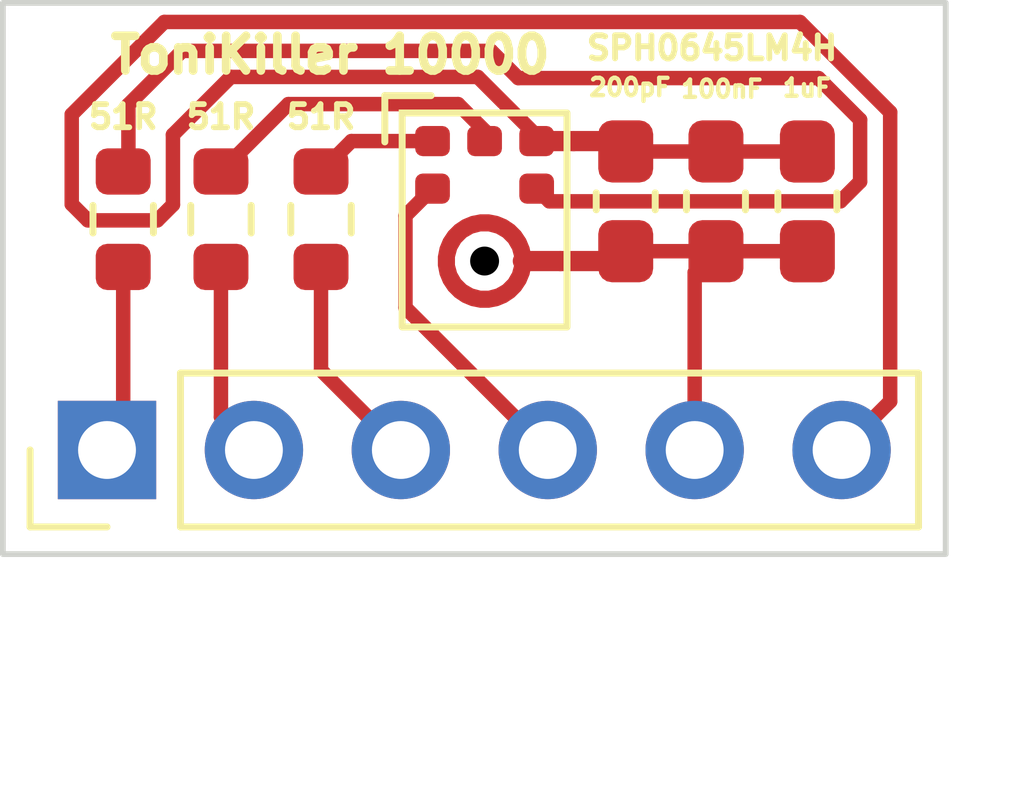
<source format=kicad_pcb>
(kicad_pcb (version 20221018) (generator pcbnew)
  (layers (0 "F.Cu" signal) (31 "B.Cu" signal) (34 "B.Paste" user) (35 "F.Paste" user) (36 "B.SilkS" user "B.Silkscreen") (37 "F.SilkS" user "F.Silkscreen") (38 "B.Mask" user) (39 "F.Mask" user) (44 "Edge.Cuts" user))
  (net 0 "")
  (net 1 "GND")
  (net 2 "+3V3")
  (net 3 "M_WS")
  (net 4 "M_SEL")
  (net 5 "M_DATA")
  (net 6 "M_CLK")
  (net 7 "Net-(MK1-WS)")
  (net 8 "Net-(MK1-BCLK)")
  (net 9 "Net-(MK1-DATA)")
  (footprint "Resistor_SMD:R_0603_1608Metric" (layer "F.Cu") (at 61.08 124.59 90)
    (fp_text reference "R2" hide)
    (fp_text value "51R" (at 1.77 0) (layer "F.SilkS") (effects (font (size 0.4 0.4) (thickness 0.1))))
    (fp_line (start -0.237258 -0.5225) (end 0.237258 -0.5225) (stroke (width 0.12)) (layer "F.SilkS"))
    (fp_line (start -0.237258 0.5225) (end 0.237258 0.5225) (stroke (width 0.12)) (layer "F.SilkS"))
    (pad "1" smd roundrect (at -0.825 0 90) (size 0.8 0.95) (layers "F.Cu" "F.Paste" "F.Mask"))
    (pad "2" smd roundrect (at 0.825 0 90) (size 0.8 0.95) (layers "F.Cu" "F.Paste" "F.Mask"))
  )
  (footprint "Capacitor_SMD:C_0603_1608Metric_Pad1.08x0.95mm_HandSolder" (layer "F.Cu") (at 68.078072 124.28075 90)
    (fp_text reference "C3" hide)
    (fp_text value "100nF" (at 1.94075 1.661928) (layer "F.SilkS") (effects (font (size 0.3 0.3) (thickness 0.075) bold)))
    (fp_line (start -0.146267 -0.51) (end 0.146267 -0.51) (stroke (width 0.12)) (layer "F.SilkS"))
    (fp_line (start -0.146267 0.51) (end 0.146267 0.51) (stroke (width 0.12)) (layer "F.SilkS"))
    (pad "1" smd roundrect (at -0.8625 0 90) (size 1.075 0.95) (layers "F.Cu" "F.Paste" "F.Mask") (net 1 "GND"))
    (pad "2" smd roundrect (at 0.8625 0 90) (size 1.075 0.95) (layers "F.Cu" "F.Paste" "F.Mask") (net 2 "+3V3"))
  )
  (footprint "Capacitor_SMD:C_0603_1608Metric_Pad1.08x0.95mm_HandSolder" (layer "F.Cu") (at 71.218572 124.28175 90)
    (fp_text reference "C1" hide)
    (fp_text value "1uF" (at 1.96175 -0.008572) (layer "F.SilkS") (effects (font (size 0.3 0.3) (thickness 0.075) bold)))
    (fp_line (start -0.146267 -0.51) (end 0.146267 -0.51) (stroke (width 0.12)) (layer "F.SilkS"))
    (fp_line (start -0.146267 0.51) (end 0.146267 0.51) (stroke (width 0.12)) (layer "F.SilkS"))
    (pad "1" smd roundrect (at -0.8625 0 90) (size 1.075 0.95) (layers "F.Cu" "F.Paste" "F.Mask") (net 1 "GND"))
    (pad "2" smd roundrect (at 0.8625 0 90) (size 1.075 0.95) (layers "F.Cu" "F.Paste" "F.Mask") (net 2 "+3V3"))
  )
  (footprint "Resistor_SMD:R_0603_1608Metric" (layer "F.Cu") (at 62.81 124.59 90)
    (fp_text reference "R1" hide)
    (fp_text value "51R" (at 1.77 0) (layer "F.SilkS") (effects (font (size 0.4 0.4) (thickness 0.1))))
    (fp_line (start -0.237258 -0.5225) (end 0.237258 -0.5225) (stroke (width 0.12)) (layer "F.SilkS"))
    (fp_line (start -0.237258 0.5225) (end 0.237258 0.5225) (stroke (width 0.12)) (layer "F.SilkS"))
    (pad "1" smd roundrect (at -0.825 0 90) (size 0.8 0.95) (layers "F.Cu" "F.Paste" "F.Mask"))
    (pad "2" smd roundrect (at 0.825 0 90) (size 0.8 0.95) (layers "F.Cu" "F.Paste" "F.Mask"))
  )
  (footprint "Connector_PinHeader_2.54mm:PinHeader_1x06_P2.54mm_Vertical" (layer "F.Cu") (at 59.11 128.58 90)
    (fp_text reference "J1" hide)
    (fp_text value "Conn_01x06_Pin")
    (fp_line (start -1.33 -1.33) (end 0 -1.33) (stroke (width 0.12)) (layer "F.SilkS"))
    (fp_line (start -1.33 0) (end -1.33 -1.33) (stroke (width 0.12)) (layer "F.SilkS"))
    (fp_line (start -1.33 1.27) (end -1.33 14.03) (stroke (width 0.12)) (layer "F.SilkS"))
    (fp_line (start -1.33 1.27) (end 1.33 1.27) (stroke (width 0.12)) (layer "F.SilkS"))
    (fp_line (start -1.33 14.03) (end 1.33 14.03) (stroke (width 0.12)) (layer "F.SilkS"))
    (fp_line (start 1.33 1.27) (end 1.33 14.03) (stroke (width 0.12)) (layer "F.SilkS"))
    (pad "1" thru_hole rect (at 0 0 90) (size 1.7 1.7) (drill 1) (layers "*.Cu" "*.Mask") (net 6 "M_CLK"))
    (pad "2" thru_hole oval (at 0 2.54 90) (size 1.7 1.7) (drill 1) (layers "*.Cu" "*.Mask") (net 5 "M_DATA"))
    (pad "3" thru_hole oval (at 0 5.08 90) (size 1.7 1.7) (drill 1) (layers "*.Cu" "*.Mask") (net 3 "M_WS"))
    (pad "4" thru_hole oval (at 0 7.62 90) (size 1.7 1.7) (drill 1) (layers "*.Cu" "*.Mask") (net 4 "M_SEL"))
    (pad "5" thru_hole oval (at 0 10.16 90) (size 1.7 1.7) (drill 1) (layers "*.Cu" "*.Mask") (net 1 "GND"))
    (pad "6" thru_hole oval (at 0 12.7 90) (size 1.7 1.7) (drill 1) (layers "*.Cu" "*.Mask") (net 2 "+3V3"))
  )
  (footprint "Sensor_Audio:Knowles_SPH0645LM4H-6_3.5x2.65mm" (layer "F.Cu") (at 65.638072 124.60325)
    (fp_text reference "MK1" hide)
    (fp_text value "SPH0645LM4H" (at 3.931928 -2.97325 unlocked) (layer "F.SilkS") (effects (font (size 0.4 0.4) (thickness 0.1))))
    (fp_line (start -1.725 -2.15) (end -1.725 -1.35) (stroke (width 0.12)) (layer "F.SilkS"))
    (fp_line (start -0.925 -2.15) (end -1.725 -2.15) (stroke (width 0.12)) (layer "F.SilkS"))
    (fp_rect (start -1.425 -1.85) (end 1.425 1.85) (stroke (width 0.12)) (fill none) (layer "F.SilkS"))
    (pad "" np_thru_hole circle (at 0 0.71) (size 0.5 0.5) (drill 0.5) (layers "*.Mask"))
    (pad "1" smd roundrect (at -0.9 -1.364) (size 0.6 0.522) (layers "F.Cu" "F.Paste" "F.Mask") (net 7 "Net-(MK1-WS)"))
    (pad "2" smd roundrect (at -0.9 -0.542) (size 0.6 0.522) (layers "F.Cu" "F.Paste" "F.Mask") (net 4 "M_SEL"))
    (pad "3" smd custom (at 0.662 0.71 90) (size 0.3 0.3) (layers "F.Cu" "F.Mask") (net 1 "GND") (options (clearance outline) (anchor circle)) (primitives (gr_circle (center 0 -0.662) (end 0.662 -0.662) (width 0.3) (fill none))))
    (pad "4" smd roundrect (at 0.9 -0.542) (size 0.6 0.522) (layers "F.Cu" "F.Paste" "F.Mask") (net 8 "Net-(MK1-BCLK)"))
    (pad "5" smd roundrect (at 0.9 -1.364) (size 0.6 0.522) (layers "F.Cu" "F.Paste" "F.Mask") (net 2 "+3V3"))
    (pad "6" smd roundrect (at 0 -1.364) (size 0.6 0.522) (layers "F.Cu" "F.Paste" "F.Mask") (net 9 "Net-(MK1-DATA)"))
  )
  (footprint "Resistor_SMD:R_0603_1608Metric" (layer "F.Cu") (at 59.39 124.59 90)
    (fp_text reference "R3" hide)
    (fp_text value "51R" (at 1.77 0) (layer "F.SilkS") (effects (font (size 0.4 0.4) (thickness 0.1))))
    (fp_line (start -0.237258 -0.5225) (end 0.237258 -0.5225) (stroke (width 0.12)) (layer "F.SilkS"))
    (fp_line (start -0.237258 0.5225) (end 0.237258 0.5225) (stroke (width 0.12)) (layer "F.SilkS"))
    (pad "1" smd roundrect (at -0.825 0 90) (size 0.8 0.95) (layers "F.Cu" "F.Paste" "F.Mask"))
    (pad "2" smd roundrect (at 0.825 0 90) (size 0.8 0.95) (layers "F.Cu" "F.Paste" "F.Mask"))
  )
  (footprint "Capacitor_SMD:C_0603_1608Metric_Pad1.08x0.95mm_HandSolder" (layer "F.Cu") (at 69.638072 124.28075 90)
    (fp_text reference "C2" hide)
    (fp_text value "200pF" (at 1.97075 -1.488072) (layer "F.SilkS") (effects (font (size 0.3 0.3) (thickness 0.075) bold)))
    (fp_line (start -0.146267 -0.51) (end 0.146267 -0.51) (stroke (width 0.12)) (layer "F.SilkS"))
    (fp_line (start -0.146267 0.51) (end 0.146267 0.51) (stroke (width 0.12)) (layer "F.SilkS"))
    (pad "1" smd roundrect (at -0.8625 0 90) (size 1.075 0.95) (layers "F.Cu" "F.Paste" "F.Mask") (net 1 "GND"))
    (pad "2" smd roundrect (at 0.8625 0 90) (size 1.075 0.95) (layers "F.Cu" "F.Paste" "F.Mask") (net 2 "+3V3"))
  )
  (gr_rect (start 57.31 120.85) (end 73.61 130.38) (stroke (width 0.1)) (fill none) (layer "Edge.Cuts"))
  (gr_text "ToniKiller 10000" (at 59.1 122.1) (layer "F.SilkS") (effects (font (size 0.6 0.6) (thickness 0.15) bold) (justify left bottom)))
  (segment (start 66.948072 125.31325) (end 66.650572 125.31325) (width 0.25) (layer "F.Cu") (net 1))
  (segment (start 67.908072 125.31325) (end 68.078072 125.14325) (width 0.35) (layer "F.Cu") (net 1))
  (segment (start 69.27 128.58) (end 69.27 125.511322) (width 0.25) (layer "F.Cu") (net 1))
  (segment (start 66.300072 125.31325) (end 66.948072 125.31325) (width 0.35) (layer "F.Cu") (net 1))
  (segment (start 66.948072 125.31325) (end 67.908072 125.31325) (width 0.35) (layer "F.Cu") (net 1))
  (segment (start 68.078072 125.14325) (end 71.217572 125.14325) (width 0.25) (layer "F.Cu") (net 1))
  (segment (start 69.27 125.511322) (end 69.638072 125.14325) (width 0.25) (layer "F.Cu") (net 1))
  (segment (start 71.217572 125.14325) (end 71.218572 125.14425) (width 0.25) (layer "F.Cu") (net 1))
  (segment (start 71.09 121.18) (end 72.65 122.74) (width 0.25) (layer "F.Cu") (net 2))
  (segment (start 61.25 122.13) (end 60.25 123.13) (width 0.25) (layer "F.Cu") (net 2))
  (segment (start 59.98 124.61) (end 58.78 124.61) (width 0.25) (layer "F.Cu") (net 2))
  (segment (start 72.65 127.74) (end 71.81 128.58) (width 0.25) (layer "F.Cu") (net 2))
  (segment (start 72.65 122.74) (end 72.65 127.74) (width 0.25) (layer "F.Cu") (net 2))
  (segment (start 60.25 124.34) (end 59.98 124.61) (width 0.25) (layer "F.Cu") (net 2))
  (segment (start 65.52 122.13) (end 61.25 122.13) (width 0.25) (layer "F.Cu") (net 2))
  (segment (start 68.079072 123.41925) (end 71.206072 123.41925) (width 0.25) (layer "F.Cu") (net 2))
  (segment (start 66.538072 123.23925) (end 67.178572 123.23925) (width 0.35) (layer "F.Cu") (net 2))
  (segment (start 67.178572 123.23925) (end 67.899072 123.23925) (width 0.35) (layer "F.Cu") (net 2))
  (segment (start 71.206072 123.41925) (end 71.207072 123.41825) (width 0.25) (layer "F.Cu") (net 2))
  (segment (start 60.25 123.13) (end 60.25 124.34) (width 0.25) (layer "F.Cu") (net 2))
  (segment (start 58.78 124.61) (end 58.5 124.33) (width 0.25) (layer "F.Cu") (net 2))
  (segment (start 60.1 121.18) (end 71.09 121.18) (width 0.25) (layer "F.Cu") (net 2))
  (segment (start 66.538072 123.148072) (end 65.52 122.13) (width 0.25) (layer "F.Cu") (net 2))
  (segment (start 68.078072 123.41825) (end 68.079072 123.41925) (width 0.25) (layer "F.Cu") (net 2))
  (segment (start 58.5 124.33) (end 58.5 122.78) (width 0.25) (layer "F.Cu") (net 2))
  (segment (start 58.5 122.78) (end 60.1 121.18) (width 0.25) (layer "F.Cu") (net 2))
  (segment (start 67.899072 123.23925) (end 68.078072 123.41825) (width 0.35) (layer "F.Cu") (net 2))
  (segment (start 66.538072 123.23925) (end 66.538072 123.148072) (width 0.25) (layer "F.Cu") (net 2))
  (segment (start 62.81 127.2) (end 64.19 128.58) (width 0.25) (layer "F.Cu") (net 3))
  (segment (start 62.81 125.415) (end 62.81 127.2) (width 0.25) (layer "F.Cu") (net 3))
  (segment (start 64.738072 124.06125) (end 64.27 124.529322) (width 0.25) (layer "F.Cu") (net 4))
  (segment (start 64.27 126.12) (end 66.73 128.58) (width 0.25) (layer "F.Cu") (net 4))
  (segment (start 64.27 124.529322) (end 64.27 126.12) (width 0.25) (layer "F.Cu") (net 4))
  (segment (start 61.08 125.415) (end 61.08 128.01) (width 0.25) (layer "F.Cu") (net 5))
  (segment (start 61.08 128.01) (end 61.65 128.58) (width 0.25) (layer "F.Cu") (net 5))
  (segment (start 59.39 125.415) (end 59.39 128.3) (width 0.25) (layer "F.Cu") (net 6))
  (segment (start 59.39 128.3) (end 59.11 128.58) (width 0.25) (layer "F.Cu") (net 6))
  (segment (start 63.33575 123.23925) (end 62.81 123.765) (width 0.25) (layer "F.Cu") (net 7))
  (segment (start 64.738072 123.23925) (end 63.33575 123.23925) (width 0.25) (layer "F.Cu") (net 7))
  (segment (start 72.13 122.87) (end 71.41 122.15) (width 0.25) (layer "F.Cu") (net 8))
  (segment (start 71.41 122.15) (end 66.22 122.15) (width 0.25) (layer "F.Cu") (net 8))
  (segment (start 71.79075 124.28075) (end 72.13 123.9415) (width 0.25) (layer "F.Cu") (net 8))
  (segment (start 66.22 122.15) (end 65.75 121.68) (width 0.25) (layer "F.Cu") (net 8))
  (segment (start 66.757572 124.28075) (end 71.79075 124.28075) (width 0.25) (layer "F.Cu") (net 8))
  (segment (start 65.75 121.68) (end 60.41 121.68) (width 0.25) (layer "F.Cu") (net 8))
  (segment (start 59.48 122.61) (end 59.48 123.765) (width 0.25) (layer "F.Cu") (net 8))
  (segment (start 60.41 121.68) (end 59.48 122.61) (width 0.25) (layer "F.Cu") (net 8))
  (segment (start 66.538072 124.06125) (end 66.757572 124.28075) (width 0.25) (layer "F.Cu") (net 8))
  (segment (start 72.13 123.9415) (end 72.13 122.87) (width 0.25) (layer "F.Cu") (net 8))
  (segment (start 65.18 122.6) (end 62.245 122.6) (width 0.25) (layer "F.Cu") (net 9))
  (segment (start 65.638072 123.23925) (end 65.638072 123.058072) (width 0.25) (layer "F.Cu") (net 9))
  (segment (start 62.245 122.6) (end 61.08 123.765) (width 0.25) (layer "F.Cu") (net 9))
  (segment (start 65.638072 123.058072) (end 65.18 122.6) (width 0.25) (layer "F.Cu") (net 9))
)
</source>
